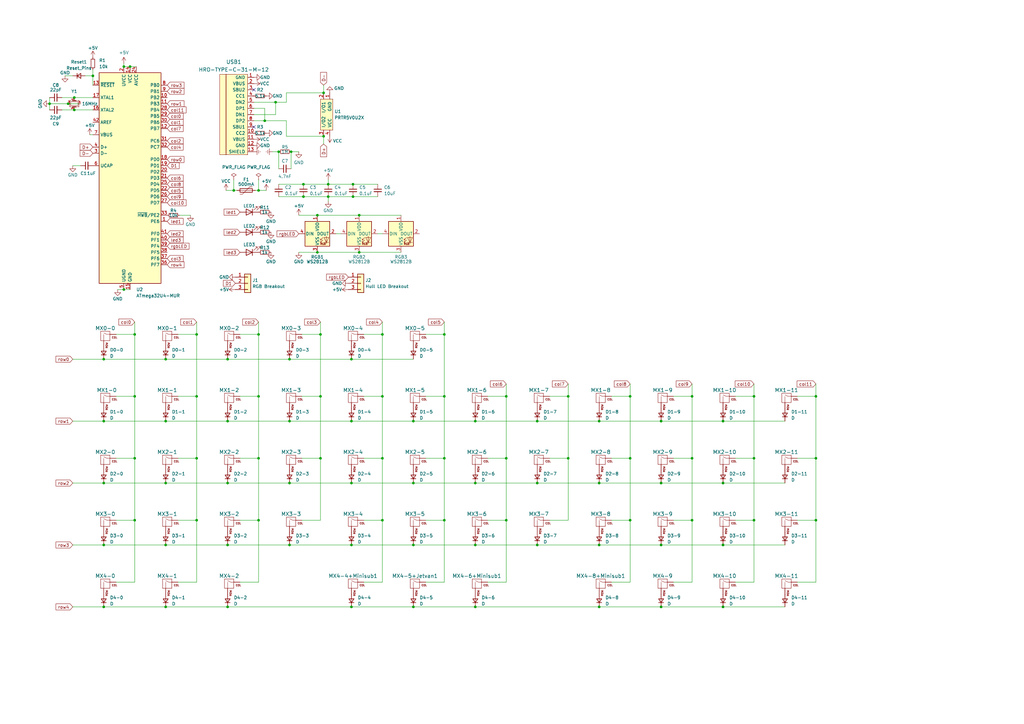
<source format=kicad_sch>
(kicad_sch (version 20211123) (generator eeschema)
  (paper "A3")
  (junction (at 144.145 172.72))
  (junction (at 220.345 198.12))
  (junction (at 93.345 248.92))
  (junction (at 144.78 75.565))
  (junction (at 106.045 78.105))
  (junction (at 245.745 172.72))
  (junction (at 144.145 223.52))
  (junction (at 131.445 187.96))
  (junction (at 283.845 162.56))
  (junction (at 233.045 162.56))
  (junction (at 124.46 80.645))
  (junction (at 42.545 147.32))
  (junction (at 42.545 172.72))
  (junction (at 134.62 75.565))
  (junction (at 271.145 248.92))
  (junction (at 80.645 137.16))
  (junction (at 156.845 187.96))
  (junction (at 132.715 38.1))
  (junction (at 309.245 187.96))
  (junction (at 93.345 198.12))
  (junction (at 283.845 213.36))
  (junction (at 182.245 162.56))
  (junction (at 169.545 198.12))
  (junction (at 207.645 187.96))
  (junction (at 144.145 147.32))
  (junction (at 309.245 162.56))
  (junction (at 296.545 198.12))
  (junction (at 131.445 162.56))
  (junction (at 233.045 187.96))
  (junction (at 245.745 198.12))
  (junction (at 194.945 223.52))
  (junction (at 80.645 162.56))
  (junction (at 334.645 187.96))
  (junction (at 296.545 223.52))
  (junction (at 258.445 162.56))
  (junction (at 27.94 42.545))
  (junction (at 220.345 172.72))
  (junction (at 67.945 172.72))
  (junction (at 106.045 187.96))
  (junction (at 144.78 80.645))
  (junction (at 93.345 147.32))
  (junction (at 169.545 223.52))
  (junction (at 113.03 41.91))
  (junction (at 50.8 27.305))
  (junction (at 156.845 162.56))
  (junction (at 283.845 187.96))
  (junction (at 271.145 223.52))
  (junction (at 93.345 172.72))
  (junction (at 67.945 198.12))
  (junction (at 334.645 213.36))
  (junction (at 147.32 103.505))
  (junction (at 95.885 78.105))
  (junction (at 134.62 80.645))
  (junction (at 182.245 137.16))
  (junction (at 118.745 198.12))
  (junction (at 207.645 162.56))
  (junction (at 156.845 213.36))
  (junction (at 194.945 248.92))
  (junction (at 124.46 75.565))
  (junction (at 147.32 88.265))
  (junction (at 114.3 62.23))
  (junction (at 245.745 223.52))
  (junction (at 30.48 40.005))
  (junction (at 194.945 198.12))
  (junction (at 55.245 187.96))
  (junction (at 42.545 248.92))
  (junction (at 106.045 213.36))
  (junction (at 245.745 248.92))
  (junction (at 182.245 213.36))
  (junction (at 108.585 49.53))
  (junction (at 296.545 248.92))
  (junction (at 42.545 198.12))
  (junction (at 42.545 223.52))
  (junction (at 169.545 248.92))
  (junction (at 334.645 162.56))
  (junction (at 118.745 172.72))
  (junction (at 182.245 187.96))
  (junction (at 130.175 88.265))
  (junction (at 296.545 172.72))
  (junction (at 67.945 147.32))
  (junction (at 132.715 55.88))
  (junction (at 93.345 223.52))
  (junction (at 194.945 172.72))
  (junction (at 309.245 213.36))
  (junction (at 30.48 45.085))
  (junction (at 207.645 213.36))
  (junction (at 258.445 213.36))
  (junction (at 271.145 172.72))
  (junction (at 53.34 27.305))
  (junction (at 80.645 187.96))
  (junction (at 144.145 248.92))
  (junction (at 106.045 137.16))
  (junction (at 67.945 248.92))
  (junction (at 144.145 198.12))
  (junction (at 131.445 137.16))
  (junction (at 67.945 223.52))
  (junction (at 55.245 213.36))
  (junction (at 55.245 137.16))
  (junction (at 119.38 62.23))
  (junction (at 271.145 198.12))
  (junction (at 20.32 42.545))
  (junction (at 220.345 223.52))
  (junction (at 38.1 31.115))
  (junction (at 80.645 213.36))
  (junction (at 106.045 162.56))
  (junction (at 156.845 137.16))
  (junction (at 169.545 172.72))
  (junction (at 118.745 147.32))
  (junction (at 50.8 118.745))
  (junction (at 258.445 187.96))
  (junction (at 130.175 103.505))
  (junction (at 118.745 223.52))
  (junction (at 55.245 162.56))
  (no_connect (at 104.14 52.07))
  (no_connect (at 104.14 36.83))
  (wire (pts (xy 283.845 213.36) (xy 283.845 238.76)))
  (wire (pts (xy 98.425 162.56) (xy 106.045 162.56)))
  (wire (pts (xy 104.14 44.45) (xy 108.585 44.45)))
  (wire (pts (xy 38.1 28.575) (xy 38.1 31.115)))
  (wire (pts (xy 132.715 55.88) (xy 132.715 59.055)))
  (wire (pts (xy 245.745 198.12) (xy 271.145 198.12)))
  (wire (pts (xy 134.62 80.645) (xy 134.62 82.55)))
  (wire (pts (xy 334.645 187.96) (xy 334.645 213.36)))
  (wire (pts (xy 182.245 213.36) (xy 182.245 238.76)))
  (wire (pts (xy 334.645 157.48) (xy 334.645 162.56)))
  (wire (pts (xy 156.845 187.96) (xy 156.845 213.36)))
  (wire (pts (xy 42.545 198.12) (xy 67.945 198.12)))
  (wire (pts (xy 245.745 223.52) (xy 271.145 223.52)))
  (wire (pts (xy 104.14 46.99) (xy 113.03 46.99)))
  (wire (pts (xy 124.46 80.645) (xy 134.62 80.645)))
  (wire (pts (xy 106.045 213.36) (xy 106.045 238.76)))
  (wire (pts (xy 93.345 198.12) (xy 118.745 198.12)))
  (wire (pts (xy 182.245 162.56) (xy 174.625 162.56)))
  (wire (pts (xy 98.425 187.96) (xy 106.045 187.96)))
  (wire (pts (xy 25.4 40.005) (xy 30.48 40.005)))
  (wire (pts (xy 131.445 137.16) (xy 131.445 162.56)))
  (wire (pts (xy 147.32 103.505) (xy 164.465 103.505)))
  (wire (pts (xy 92.71 78.105) (xy 95.885 78.105)))
  (wire (pts (xy 20.32 42.545) (xy 27.94 42.545)))
  (wire (pts (xy 50.8 27.305) (xy 53.34 27.305)))
  (wire (pts (xy 156.845 162.56) (xy 149.225 162.56)))
  (wire (pts (xy 47.625 162.56) (xy 55.245 162.56)))
  (wire (pts (xy 250.825 213.36) (xy 258.445 213.36)))
  (wire (pts (xy 194.945 172.72) (xy 220.345 172.72)))
  (wire (pts (xy 169.545 248.92) (xy 194.945 248.92)))
  (wire (pts (xy 73.025 238.76) (xy 80.645 238.76)))
  (wire (pts (xy 182.245 187.96) (xy 182.245 213.36)))
  (wire (pts (xy 200.025 187.96) (xy 207.645 187.96)))
  (wire (pts (xy 93.345 223.52) (xy 118.745 223.52)))
  (wire (pts (xy 93.345 248.92) (xy 144.145 248.92)))
  (wire (pts (xy 144.78 80.645) (xy 154.94 80.645)))
  (wire (pts (xy 334.645 162.56) (xy 334.645 187.96)))
  (wire (pts (xy 327.025 213.36) (xy 334.645 213.36)))
  (wire (pts (xy 144.145 223.52) (xy 169.545 223.52)))
  (wire (pts (xy 114.3 62.23) (xy 114.3 69.215)))
  (wire (pts (xy 67.945 147.32) (xy 93.345 147.32)))
  (wire (pts (xy 123.825 137.16) (xy 131.445 137.16)))
  (wire (pts (xy 80.645 187.96) (xy 80.645 213.36)))
  (wire (pts (xy 296.545 198.12) (xy 321.945 198.12)))
  (wire (pts (xy 283.845 162.56) (xy 283.845 187.96)))
  (wire (pts (xy 134.62 80.645) (xy 144.78 80.645)))
  (wire (pts (xy 144.78 75.565) (xy 154.94 75.565)))
  (wire (pts (xy 271.145 248.92) (xy 296.545 248.92)))
  (wire (pts (xy 258.445 213.36) (xy 258.445 238.76)))
  (wire (pts (xy 220.345 172.72) (xy 245.745 172.72)))
  (wire (pts (xy 104.775 78.105) (xy 106.045 78.105)))
  (wire (pts (xy 118.745 198.12) (xy 144.145 198.12)))
  (wire (pts (xy 309.245 187.96) (xy 309.245 213.36)))
  (wire (pts (xy 53.34 27.305) (xy 55.88 27.305)))
  (wire (pts (xy 113.03 41.91) (xy 113.03 46.99)))
  (wire (pts (xy 93.345 147.32) (xy 118.745 147.32)))
  (wire (pts (xy 271.145 223.52) (xy 296.545 223.52)))
  (wire (pts (xy 131.445 162.56) (xy 131.445 187.96)))
  (wire (pts (xy 334.645 238.76) (xy 327.025 238.76)))
  (wire (pts (xy 144.145 198.12) (xy 169.545 198.12)))
  (wire (pts (xy 296.545 223.52) (xy 321.945 223.52)))
  (wire (pts (xy 194.945 223.52) (xy 220.345 223.52)))
  (wire (pts (xy 174.625 213.36) (xy 182.245 213.36)))
  (wire (pts (xy 258.445 157.48) (xy 258.445 162.56)))
  (wire (pts (xy 156.845 213.36) (xy 156.845 238.76)))
  (wire (pts (xy 156.845 137.16) (xy 156.845 162.56)))
  (wire (pts (xy 194.945 198.12) (xy 220.345 198.12)))
  (wire (pts (xy 149.225 238.76) (xy 156.845 238.76)))
  (wire (pts (xy 25.4 45.085) (xy 30.48 45.085)))
  (wire (pts (xy 73.025 162.56) (xy 80.645 162.56)))
  (wire (pts (xy 169.545 198.12) (xy 194.945 198.12)))
  (wire (pts (xy 27.94 42.545) (xy 33.02 42.545)))
  (wire (pts (xy 67.945 248.92) (xy 93.345 248.92)))
  (wire (pts (xy 245.745 248.92) (xy 271.145 248.92)))
  (wire (pts (xy 207.645 187.96) (xy 207.645 213.36)))
  (wire (pts (xy 29.845 223.52) (xy 42.545 223.52)))
  (wire (pts (xy 80.645 213.36) (xy 80.645 238.76)))
  (wire (pts (xy 154.94 95.885) (xy 156.845 95.885)))
  (wire (pts (xy 114.3 75.565) (xy 124.46 75.565)))
  (wire (pts (xy 20.32 42.545) (xy 20.32 45.085)))
  (wire (pts (xy 124.46 75.565) (xy 134.62 75.565)))
  (wire (pts (xy 207.645 157.48) (xy 207.645 162.56)))
  (wire (pts (xy 134.62 73.66) (xy 134.62 75.565)))
  (wire (pts (xy 309.245 162.56) (xy 309.245 187.96)))
  (wire (pts (xy 67.945 198.12) (xy 93.345 198.12)))
  (wire (pts (xy 301.625 187.96) (xy 309.245 187.96)))
  (wire (pts (xy 122.555 103.505) (xy 130.175 103.505)))
  (wire (pts (xy 117.475 55.88) (xy 132.715 55.88)))
  (wire (pts (xy 156.845 132.08) (xy 156.845 137.16)))
  (wire (pts (xy 114.3 80.645) (xy 124.46 80.645)))
  (wire (pts (xy 106.045 162.56) (xy 106.045 187.96)))
  (wire (pts (xy 283.845 157.48) (xy 283.845 162.56)))
  (wire (pts (xy 67.945 223.52) (xy 93.345 223.52)))
  (wire (pts (xy 42.545 147.32) (xy 67.945 147.32)))
  (wire (pts (xy 108.585 49.53) (xy 117.475 49.53)))
  (wire (pts (xy 130.175 103.505) (xy 147.32 103.505)))
  (wire (pts (xy 174.625 187.96) (xy 182.245 187.96)))
  (wire (pts (xy 30.48 40.005) (xy 38.1 40.005)))
  (wire (pts (xy 131.445 187.96) (xy 131.445 213.36)))
  (wire (pts (xy 73.66 88.265) (xy 78.105 88.265)))
  (wire (pts (xy 327.025 162.56) (xy 334.645 162.56)))
  (wire (pts (xy 225.425 162.56) (xy 233.045 162.56)))
  (wire (pts (xy 95.885 78.105) (xy 97.155 78.105)))
  (wire (pts (xy 106.045 187.96) (xy 106.045 213.36)))
  (wire (pts (xy 104.14 41.91) (xy 113.03 41.91)))
  (wire (pts (xy 182.245 137.16) (xy 182.245 162.56)))
  (wire (pts (xy 149.225 137.16) (xy 156.845 137.16)))
  (wire (pts (xy 95.885 73.66) (xy 95.885 78.105)))
  (wire (pts (xy 20.32 40.005) (xy 20.32 42.545)))
  (wire (pts (xy 55.245 137.16) (xy 55.245 162.56)))
  (wire (pts (xy 47.625 213.36) (xy 55.245 213.36)))
  (wire (pts (xy 80.645 132.08) (xy 80.645 137.16)))
  (wire (pts (xy 106.045 137.16) (xy 106.045 162.56)))
  (wire (pts (xy 29.845 198.12) (xy 42.545 198.12)))
  (wire (pts (xy 220.345 223.52) (xy 245.745 223.52)))
  (wire (pts (xy 149.225 213.36) (xy 156.845 213.36)))
  (wire (pts (xy 38.1 31.115) (xy 38.1 34.925)))
  (wire (pts (xy 122.555 88.265) (xy 130.175 88.265)))
  (wire (pts (xy 296.545 172.72) (xy 321.945 172.72)))
  (wire (pts (xy 327.025 187.96) (xy 334.645 187.96)))
  (wire (pts (xy 80.645 162.56) (xy 80.645 187.96)))
  (wire (pts (xy 309.245 157.48) (xy 309.245 162.56)))
  (wire (pts (xy 207.645 213.36) (xy 207.645 238.76)))
  (wire (pts (xy 233.045 157.48) (xy 233.045 162.56)))
  (wire (pts (xy 123.825 213.36) (xy 131.445 213.36)))
  (wire (pts (xy 118.745 172.72) (xy 144.145 172.72)))
  (wire (pts (xy 207.645 162.56) (xy 207.645 187.96)))
  (wire (pts (xy 98.425 137.16) (xy 106.045 137.16)))
  (wire (pts (xy 250.825 162.56) (xy 258.445 162.56)))
  (wire (pts (xy 55.245 238.76) (xy 47.625 238.76)))
  (wire (pts (xy 276.225 162.56) (xy 283.845 162.56)))
  (wire (pts (xy 301.625 213.36) (xy 309.245 213.36)))
  (wire (pts (xy 47.625 137.16) (xy 55.245 137.16)))
  (wire (pts (xy 144.145 147.32) (xy 169.545 147.32)))
  (wire (pts (xy 156.845 162.56) (xy 156.845 187.96)))
  (wire (pts (xy 174.625 137.16) (xy 182.245 137.16)))
  (wire (pts (xy 233.045 187.96) (xy 233.045 213.36)))
  (wire (pts (xy 137.795 95.885) (xy 139.7 95.885)))
  (wire (pts (xy 118.745 147.32) (xy 144.145 147.32)))
  (wire (pts (xy 309.245 238.76) (xy 301.625 238.76)))
  (wire (pts (xy 42.545 248.92) (xy 67.945 248.92)))
  (wire (pts (xy 207.645 238.76) (xy 200.025 238.76)))
  (wire (pts (xy 55.245 213.36) (xy 55.245 238.76)))
  (wire (pts (xy 131.445 132.08) (xy 131.445 137.16)))
  (wire (pts (xy 42.545 172.72) (xy 67.945 172.72)))
  (wire (pts (xy 80.645 137.16) (xy 80.645 162.56)))
  (wire (pts (xy 50.8 26.035) (xy 50.8 27.305)))
  (wire (pts (xy 200.025 213.36) (xy 207.645 213.36)))
  (wire (pts (xy 42.545 223.52) (xy 67.945 223.52)))
  (wire (pts (xy 182.245 162.56) (xy 182.245 187.96)))
  (wire (pts (xy 169.545 223.52) (xy 194.945 223.52)))
  (wire (pts (xy 55.245 132.08) (xy 55.245 137.16)))
  (wire (pts (xy 93.345 172.72) (xy 118.745 172.72)))
  (wire (pts (xy 119.38 62.23) (xy 119.38 69.215)))
  (wire (pts (xy 26.67 31.115) (xy 29.845 31.115)))
  (wire (pts (xy 119.38 62.23) (xy 122.555 62.23)))
  (wire (pts (xy 29.845 147.32) (xy 42.545 147.32)))
  (wire (pts (xy 111.76 62.23) (xy 114.3 62.23)))
  (wire (pts (xy 245.745 172.72) (xy 271.145 172.72)))
  (wire (pts (xy 258.445 238.76) (xy 250.825 238.76)))
  (wire (pts (xy 283.845 187.96) (xy 283.845 213.36)))
  (wire (pts (xy 283.845 238.76) (xy 276.225 238.76)))
  (wire (pts (xy 334.645 213.36) (xy 334.645 238.76)))
  (wire (pts (xy 301.625 162.56) (xy 309.245 162.56)))
  (wire (pts (xy 47.625 187.96) (xy 55.245 187.96)))
  (wire (pts (xy 144.145 248.92) (xy 169.545 248.92)))
  (wire (pts (xy 104.14 49.53) (xy 108.585 49.53)))
  (wire (pts (xy 225.425 187.96) (xy 233.045 187.96)))
  (wire (pts (xy 118.745 223.52) (xy 144.145 223.52)))
  (wire (pts (xy 113.03 41.91) (xy 117.475 41.91)))
  (wire (pts (xy 123.825 187.96) (xy 131.445 187.96)))
  (wire (pts (xy 258.445 162.56) (xy 258.445 187.96)))
  (wire (pts (xy 67.945 172.72) (xy 93.345 172.72)))
  (wire (pts (xy 233.045 213.36) (xy 225.425 213.36)))
  (wire (pts (xy 117.475 49.53) (xy 117.475 55.88)))
  (wire (pts (xy 132.715 38.1) (xy 132.715 34.925)))
  (wire (pts (xy 149.225 187.96) (xy 156.845 187.96)))
  (wire (pts (xy 169.545 172.72) (xy 194.945 172.72)))
  (wire (pts (xy 276.225 213.36) (xy 283.845 213.36)))
  (wire (pts (xy 73.025 187.96) (xy 80.645 187.96)))
  (wire (pts (xy 147.32 88.265) (xy 164.465 88.265)))
  (wire (pts (xy 123.825 162.56) (xy 131.445 162.56)))
  (wire (pts (xy 296.545 248.92) (xy 321.945 248.92)))
  (wire (pts (xy 276.225 187.96) (xy 283.845 187.96)))
  (wire (pts (xy 73.025 213.36) (xy 80.645 213.36)))
  (wire (pts (xy 130.175 88.265) (xy 147.32 88.265)))
  (wire (pts (xy 220.345 198.12) (xy 245.745 198.12)))
  (wire (pts (xy 117.475 41.91) (xy 117.475 38.1)))
  (wire (pts (xy 50.8 118.745) (xy 53.34 118.745)))
  (wire (pts (xy 144.145 172.72) (xy 169.545 172.72)))
  (wire (pts (xy 200.025 162.56) (xy 207.645 162.56)))
  (wire (pts (xy 106.045 238.76) (xy 98.425 238.76)))
  (wire (pts (xy 29.845 172.72) (xy 42.545 172.72)))
  (wire (pts (xy 55.245 187.96) (xy 55.245 213.36)))
  (wire (pts (xy 36.83 55.245) (xy 38.1 55.245)))
  (wire (pts (xy 106.045 78.105) (xy 109.22 78.105)))
  (wire (pts (xy 174.625 238.76) (xy 182.245 238.76)))
  (wire (pts (xy 271.145 172.72) (xy 296.545 172.72)))
  (wire (pts (xy 98.425 213.36) (xy 106.045 213.36)))
  (wire (pts (xy 29.845 248.92) (xy 42.545 248.92)))
  (wire (pts (xy 194.945 248.92) (xy 245.745 248.92)))
  (wire (pts (xy 34.925 31.115) (xy 38.1 31.115)))
  (wire (pts (xy 250.825 187.96) (xy 258.445 187.96)))
  (wire (pts (xy 29.845 67.945) (xy 33.02 67.945)))
  (wire (pts (xy 106.045 73.66) (xy 106.045 78.105)))
  (wire (pts (xy 309.245 213.36) (xy 309.245 238.76)))
  (wire (pts (xy 258.445 187.96) (xy 258.445 213.36)))
  (wire (pts (xy 108.585 44.45) (xy 108.585 49.53)))
  (wire (pts (xy 30.48 45.085) (xy 38.1 45.085)))
  (wire (pts (xy 182.245 132.08) (xy 182.245 137.16)))
  (wire (pts (xy 117.475 38.1) (xy 132.715 38.1)))
  (wire (pts (xy 233.045 162.56) (xy 233.045 187.96)))
  (wire (pts (xy 73.025 137.16) (xy 80.645 137.16)))
  (wire (pts (xy 55.245 162.56) (xy 55.245 187.96)))
  (wire (pts (xy 106.045 132.08) (xy 106.045 137.16)))
  (wire (pts (xy 271.145 198.12) (xy 296.545 198.12)))
  (wire (pts (xy 134.62 75.565) (xy 144.78 75.565)))
  (wire (pts (xy 48.26 118.745) (xy 50.8 118.745)))
  (global_label "led3" (shape input) (at 98.425 103.505 180) (property "Intersheet References" "${INTERSHEET_REFS}" (effects hide)))
  (global_label "col9" (shape input) (at 68.58 80.645 0) (property "Intersheet References" "${INTERSHEET_REFS}" (effects hide)))
  (global_label "led2" (shape input) (at 98.425 95.25 180) (property "Intersheet References" "${INTERSHEET_REFS}" (effects hide)))
  (global_label "led1" (shape input) (at 68.58 90.805 0) (property "Intersheet References" "${INTERSHEET_REFS}" (effects hide)))
  (global_label "D1" (shape input) (at 68.58 67.945 0) (property "Intersheet References" "${INTERSHEET_REFS}" (effects hide)))
  (global_label "D-" (shape input) (at 38.1 62.865 180) (property "Intersheet References" "${INTERSHEET_REFS}" (effects hide)))
  (global_label "D+" (shape input) (at 38.1 60.325 180) (property "Intersheet References" "${INTERSHEET_REFS}" (effects hide)))
  (global_label "row3" (shape input) (at 29.845 223.52 180) (property "Intersheet References" "${INTERSHEET_REFS}" (effects hide)))
  (global_label "col11" (shape input) (at 334.645 157.48 180) (property "Intersheet References" "${INTERSHEET_REFS}" (effects hide)))
  (global_label "col2" (shape input) (at 106.045 132.08 180) (property "Intersheet References" "${INTERSHEET_REFS}" (effects hide)))
  (global_label "col0" (shape input) (at 55.245 132.08 180) (property "Intersheet References" "${INTERSHEET_REFS}" (effects hide)))
  (global_label "rgbLED" (shape input) (at 122.555 95.885 180) (property "Intersheet References" "${INTERSHEET_REFS}" (effects hide)))
  (global_label "col9" (shape input) (at 283.845 157.48 180) (property "Intersheet References" "${INTERSHEET_REFS}" (effects hide)))
  (global_label "col8" (shape input) (at 258.445 157.48 180) (property "Intersheet References" "${INTERSHEET_REFS}" (effects hide)))
  (global_label "col10" (shape input) (at 68.58 83.185 0) (property "Intersheet References" "${INTERSHEET_REFS}" (effects hide)))
  (global_label "D+" (shape input) (at 132.715 59.055 270) (property "Intersheet References" "${INTERSHEET_REFS}" (effects hide)))
  (global_label "row2" (shape input) (at 29.845 198.12 180) (property "Intersheet References" "${INTERSHEET_REFS}" (effects hide)))
  (global_label "row0" (shape input) (at 68.58 65.405 0) (property "Intersheet References" "${INTERSHEET_REFS}" (effects hide)))
  (global_label "row0" (shape input) (at 29.845 147.32 180) (property "Intersheet References" "${INTERSHEET_REFS}" (effects hide)))
  (global_label "row4" (shape input) (at 29.845 248.92 180) (property "Intersheet References" "${INTERSHEET_REFS}" (effects hide)))
  (global_label "rgbLED" (shape input) (at 68.58 100.965 0) (property "Intersheet References" "${INTERSHEET_REFS}" (effects hide)))
  (global_label "col7" (shape input) (at 68.58 52.705 0) (property "Intersheet References" "${INTERSHEET_REFS}" (effects hide)))
  (global_label "col7" (shape input) (at 233.045 157.48 180) (property "Intersheet References" "${INTERSHEET_REFS}" (effects hide)))
  (global_label "col5" (shape input) (at 182.245 132.08 180) (property "Intersheet References" "${INTERSHEET_REFS}" (effects hide)))
  (global_label "col11" (shape input) (at 68.58 45.085 0) (property "Intersheet References" "${INTERSHEET_REFS}" (effects hide)))
  (global_label "row2" (shape input) (at 68.58 37.465 0) (property "Intersheet References" "${INTERSHEET_REFS}" (effects hide)))
  (global_label "row3" (shape input) (at 68.58 34.925 0) (property "Intersheet References" "${INTERSHEET_REFS}" (effects hide)))
  (global_label "col1" (shape input) (at 68.58 50.165 0) (property "Intersheet References" "${INTERSHEET_REFS}" (effects hide)))
  (global_label "led3" (shape input) (at 68.58 98.425 0) (property "Intersheet References" "${INTERSHEET_REFS}" (effects hide)))
  (global_label "col4" (shape input) (at 68.58 60.325 0) (property "Intersheet References" "${INTERSHEET_REFS}" (effects hide)))
  (global_label "col6" (shape input) (at 207.645 157.48 180) (property "Intersheet References" "${INTERSHEET_REFS}" (effects hide)))
  (global_label "col3" (shape input) (at 131.445 132.08 180) (property "Intersheet References" "${INTERSHEET_REFS}" (effects hide)))
  (global_label "D1" (shape input) (at 96.52 116.205 180) (property "Intersheet References" "${INTERSHEET_REFS}" (effects hide)))
  (global_label "col8" (shape input) (at 68.58 75.565 0) (property "Intersheet References" "${INTERSHEET_REFS}" (effects hide)))
  (global_label "D-" (shape input) (at 132.715 34.925 90) (property "Intersheet References" "${INTERSHEET_REFS}" (effects hide)))
  (global_label "col1" (shape input) (at 80.645 132.08 180) (property "Intersheet References" "${INTERSHEET_REFS}" (effects hide)))
  (global_label "col3" (shape input) (at 68.58 106.045 0) (property "Intersheet References" "${INTERSHEET_REFS}" (effects hide)))
  (global_label "col5" (shape input) (at 68.58 78.105 0) (property "Intersheet References" "${INTERSHEET_REFS}" (effects hide)))
  (global_label "col2" (shape input) (at 68.58 57.785 0) (property "Intersheet References" "${INTERSHEET_REFS}" (effects hide)))
  (global_label "led1" (shape input) (at 98.425 86.995 180) (property "Intersheet References" "${INTERSHEET_REFS}" (effects hide)))
  (global_label "rgbLED" (shape input) (at 142.875 113.665 180) (property "Intersheet References" "${INTERSHEET_REFS}" (effects hide)))
  (global_label "row4" (shape input) (at 68.58 108.585 0) (property "Intersheet References" "${INTERSHEET_REFS}" (effects hide)))
  (global_label "row1" (shape input) (at 29.845 172.72 180) (property "Intersheet References" "${INTERSHEET_REFS}" (effects hide)))
  (global_label "col4" (shape input) (at 156.845 132.08 180) (property "Intersheet References" "${INTERSHEET_REFS}" (effects hide)))
  (global_label "led2" (shape input) (at 68.58 95.885 0) (property "Intersheet References" "${INTERSHEET_REFS}" (effects hide)))
  (global_label "row1" (shape input) (at 68.58 42.545 0) (property "Intersheet References" "${INTERSHEET_REFS}" (effects hide)))
  (global_label "col0" (shape input) (at 68.58 47.625 0) (property "Intersheet References" "${INTERSHEET_REFS}" (effects hide)))
  (global_label "col10" (shape input) (at 309.245 157.48 180) (property "Intersheet References" "${INTERSHEET_REFS}" (effects hide)))
  (global_label "col6" (shape input) (at 68.58 73.025 0) (property "Intersheet References" "${INTERSHEET_REFS}" (effects hide)))
  (symbol (lib_id "MX_Alps_Hybrid:MX-NoLED") (at 221.615 214.63 0) (unit 1)
    (property "Reference" "MX3-7" (at 220.98 210.82 0) (effects (font (size 1.524 1.524))))
    (property "Value" "MX-NoLED" (effects hide))
    (property "Footprint" "MX_Only:MXOnly-1U-Hotswap" (effects hide))
  )
  (symbol (lib_id "power:+5V") (at 109.22 78.105 0) (unit 1)
    (property "Reference" "#PWR0103" (effects hide))
    (property "Value" "+5V" (at 109.22 74.295 0))
  )
  (symbol (lib_id "Device:D_Small") (at 321.945 170.18 90) (unit 1)
    (property "Reference" "D1-11" (at 324.485 168.9099 90) (effects (justify right)))
    (property "Value" "D" (at 324.485 171.45 90) (effects (justify right)))
    (property "Footprint" "Diode_SMD:D_SOD-123" (effects hide))
  )
  (symbol (lib_id "Device:D_Small") (at 93.345 195.58 90) (unit 1)
    (property "Reference" "D2-2" (at 95.885 194.3099 90) (effects (justify right)))
    (property "Value" "D" (at 95.885 196.85 90) (effects (justify right)))
    (property "Footprint" "Diode_SMD:D_SOD-123" (effects hide))
  )
  (symbol (lib_id "Device:D_Small") (at 245.745 195.58 90) (unit 1)
    (property "Reference" "D2-8" (at 248.285 194.3099 90) (effects (justify right)))
    (property "Value" "D" (at 248.285 196.85 90) (effects (justify right)))
    (property "Footprint" "Diode_SMD:D_SOD-123" (effects hide))
  )
  (symbol (lib_id "power:GND") (at 111.125 103.505 0) (unit 1)
    (property "Reference" "#PWR0113" (effects hide))
    (property "Value" "GND" (at 111.125 107.315 0))
  )
  (symbol (lib_id "Device:R_Small") (at 38.1 26.035 0) (unit 1)
    (property "Reference" "R1" (at 40.64 24.7649 0) (effects (justify left)))
    (property "Value" "10k" (at 40.64 27.3049 0) (effects (justify left)))
    (property "Footprint" "Resistor_SMD:R_0603_1608Metric" (effects hide))
  )
  (symbol (lib_id "Device:C_Small") (at 22.86 45.085 90) (unit 1)
    (property "Reference" "C9" (at 22.86 50.8 90))
    (property "Value" "22pF" (at 22.86 48.26 90))
    (property "Footprint" "Capacitor_SMD:C_0603_1608Metric" (effects hide))
  )
  (symbol (lib_id "power:GND") (at 20.32 42.545 270) (unit 1)
    (property "Reference" "#PWR0108" (effects hide))
    (property "Value" "GND" (at 16.51 42.545 0))
  )
  (symbol (lib_id "Device:D_Small") (at 42.545 220.98 90) (unit 1)
    (property "Reference" "D3-0" (at 45.085 219.7099 90) (effects (justify right)))
    (property "Value" "D" (at 45.085 222.25 90) (effects (justify right)))
    (property "Footprint" "Diode_SMD:D_SOD-123" (effects hide))
  )
  (symbol (lib_id "MX_Alps_Hybrid:MX-NoLED") (at 247.015 189.23 0) (unit 1)
    (property "Reference" "MX2-8" (at 246.38 185.42 0) (effects (font (size 1.524 1.524))))
    (property "Value" "MX-NoLED" (effects hide))
    (property "Footprint" "MX_Only:MXOnly-1U-Hotswap" (effects hide))
  )
  (symbol (lib_id "Device:D_Small") (at 93.345 144.78 90) (unit 1)
    (property "Reference" "D0-2" (at 95.885 143.5099 90) (effects (justify right)))
    (property "Value" "D" (at 95.885 146.05 90) (effects (justify right)))
    (property "Footprint" "Diode_SMD:D_SOD-123" (effects hide))
  )
  (symbol (lib_id "MX_Alps_Hybrid:MX-NoLED") (at 43.815 138.43 0) (unit 1)
    (property "Reference" "MX0-0" (at 43.18 134.62 0) (effects (font (size 1.524 1.524))))
    (property "Value" "MX-NoLED" (effects hide))
    (property "Footprint" "MX_Only:MXOnly-1U-Hotswap" (effects hide))
  )
  (symbol (lib_id "Device:C_Small") (at 124.46 78.105 0) (unit 1)
    (property "Reference" "C3" (at 127 76.8412 0) (effects (justify left)))
    (property "Value" "0.1uF" (at 127 79.3812 0) (effects (justify left)))
    (property "Footprint" "Capacitor_SMD:C_0603_1608Metric" (effects hide))
  )
  (symbol (lib_id "power:GND") (at 122.555 62.23 0) (unit 1)
    (property "Reference" "#PWR0121" (effects hide))
    (property "Value" "GND" (at 122.555 66.675 0))
  )
  (symbol (lib_id "Type-C:HRO-TYPE-C-31-M-12") (at 101.6 45.72 0) (unit 1)
    (property "Reference" "USB1" (at 95.885 25.4 0) (effects (font (size 1.524 1.524))))
    (property "Value" "HRO-TYPE-C-31-M-12" (at 95.885 28.575 0) (effects (font (size 1.524 1.524))))
    (property "Footprint" "Type-C:HRO-TYPE-C-31-M-12-Assembly" (effects hide))
  )
  (symbol (lib_id "power:GND") (at 29.845 67.945 0) (unit 1)
    (property "Reference" "#PWR0116" (effects hide))
    (property "Value" "GND" (at 29.845 71.755 0))
  )
  (symbol (lib_id "MX_Alps_Hybrid:MX-NoLED") (at 69.215 240.03 0) (unit 1)
    (property "Reference" "MX4-1" (at 68.58 236.22 0) (effects (font (size 1.524 1.524))))
    (property "Value" "MX-NoLED" (effects hide))
    (property "Footprint" "MX_Only:MXOnly-1U-Hotswap" (effects hide))
  )
  (symbol (lib_id "Device:D_Small") (at 42.545 144.78 90) (unit 1)
    (property "Reference" "D0-0" (at 45.085 143.5099 90) (effects (justify right)))
    (property "Value" "D" (at 45.085 146.05 90) (effects (justify right)))
    (property "Footprint" "Diode_SMD:D_SOD-123" (effects hide))
  )
  (symbol (lib_id "Device:D_Small") (at 296.545 246.38 90) (unit 1)
    (property "Reference" "D4-10" (at 299.085 245.1099 90) (effects (justify right)))
    (property "Value" "D" (at 299.085 247.65 90) (effects (justify right)))
    (property "Footprint" "Diode_SMD:D_SOD-123" (effects hide))
  )
  (symbol (lib_id "LED:WS2812B") (at 130.175 95.885 0) (unit 1)
    (property "Reference" "RGB1" (at 130.175 105.41 0))
    (property "Value" "WS2812B" (at 130.175 107.315 0))
    (property "Footprint" "Keebio-Parts:WS2812B" (effects hide))
    (property "Datasheet" "https://cdn-shop.adafruit.com/datasheets/WS2812B.pdf" (effects hide))
  )
  (symbol (lib_id "MX_Alps_Hybrid:MX-NoLED") (at 247.015 214.63 0) (unit 1)
    (property "Reference" "MX3-8" (at 246.38 210.82 0) (effects (font (size 1.524 1.524))))
    (property "Value" "MX-NoLED" (effects hide))
    (property "Footprint" "MX_Only:MXOnly-1U-Hotswap" (effects hide))
  )
  (symbol (lib_id "power:GND") (at 134.62 82.55 0) (unit 1)
    (property "Reference" "#PWR0101" (effects hide))
    (property "Value" "GND" (at 134.62 86.36 0))
  )
  (symbol (lib_id "power:GND") (at 111.125 86.995 0) (unit 1)
    (property "Reference" "#PWR0111" (effects hide))
    (property "Value" "GND" (at 111.125 90.805 0))
  )
  (symbol (lib_id "MX_Alps_Hybrid:MX-NoLED") (at 43.815 214.63 0) (unit 1)
    (property "Reference" "MX3-0" (at 43.18 210.82 0) (effects (font (size 1.524 1.524))))
    (property "Value" "MX-NoLED" (effects hide))
    (property "Footprint" "MX_Only:MXOnly-1.75U-Hotswap" (effects hide))
  )
  (symbol (lib_id "Device:R_Small") (at 108.585 103.505 90) (unit 1)
    (property "Reference" "R13" (at 108.585 101.6 90))
    (property "Value" "1k" (at 108.585 103.505 90))
    (property "Footprint" "Resistor_SMD:R_0805_2012Metric" (effects hide))
  )
  (symbol (lib_id "MX_Alps_Hybrid:MX-NoLED") (at 43.815 163.83 0) (unit 1)
    (property "Reference" "MX1-0" (at 43.815 160.02 0) (effects (font (size 1.524 1.524))))
    (property "Value" "MX-NoLED" (effects hide))
    (property "Footprint" "MX_Only:MXOnly-1U-Hotswap" (effects hide))
  )
  (symbol (lib_id "Device:C_Small") (at 35.56 67.945 90) (unit 1)
    (property "Reference" "C1" (at 34.29 71.12 90))
    (property "Value" "1uF" (at 37.465 71.12 90))
    (property "Footprint" "Capacitor_SMD:C_0603_1608Metric" (effects hide))
  )
  (symbol (lib_id "MX_Alps_Hybrid:MX-NoLED") (at 145.415 138.43 0) (unit 1)
    (property "Reference" "MX0-4" (at 144.78 134.62 0) (effects (font (size 1.524 1.524))))
    (property "Value" "MX-NoLED" (effects hide))
    (property "Footprint" "MX_Only:MXOnly-1U-Hotswap" (effects hide))
  )
  (symbol (lib_id "Connector_Generic:Conn_01x03") (at 147.955 116.205 0) (unit 1)
    (property "Reference" "J2" (at 149.86 114.935 0) (effects (justify left)))
    (property "Value" "Hull LED Breakout" (at 149.86 117.475 0) (effects (justify left)))
    (property "Footprint" "Connector_PinHeader_2.54mm:PinHeader_1x03_P2.54mm_Vertical" (effects hide))
  )
  (symbol (lib_id "Device:D_Small") (at 118.745 144.78 90) (unit 1)
    (property "Reference" "D0-3" (at 121.285 143.5099 90) (effects (justify right)))
    (property "Value" "D" (at 121.285 146.05 90) (effects (justify right)))
    (property "Footprint" "Diode_SMD:D_SOD-123" (effects hide))
  )
  (symbol (lib_id "Device:D_Small") (at 220.345 170.18 90) (unit 1)
    (property "Reference" "D1-7" (at 222.885 168.9099 90) (effects (justify right)))
    (property "Value" "D" (at 222.885 171.45 90) (effects (justify right)))
    (property "Footprint" "Diode_SMD:D_SOD-123" (effects hide))
  )
  (symbol (lib_id "Device:D_Small") (at 118.745 220.98 90) (unit 1)
    (property "Reference" "D3-3" (at 121.285 219.7099 90) (effects (justify right)))
    (property "Value" "D" (at 121.285 222.25 90) (effects (justify right)))
    (property "Footprint" "Diode_SMD:D_SOD-123" (effects hide))
  )
  (symbol (lib_id "Device:D_Small") (at 271.145 195.58 90) (unit 1)
    (property "Reference" "D2-9" (at 273.685 194.3099 90) (effects (justify right)))
    (property "Value" "D" (at 273.685 196.85 90) (effects (justify right)))
    (property "Footprint" "Diode_SMD:D_SOD-123" (effects hide))
  )
  (symbol (lib_id "Device:Crystal_GND24_Small") (at 30.48 42.545 270) (unit 1)
    (property "Reference" "Y1" (at 30.48 37.465 90))
    (property "Value" "16MHz" (at 36.83 42.545 90))
    (property "Footprint" "Crystal:Crystal_SMD_3225-4Pin_3.2x2.5mm" (effects hide))
  )
  (symbol (lib_id "power:VCC") (at 92.71 78.105 0) (unit 1)
    (property "Reference" "#PWR0126" (effects hide))
    (property "Value" "VCC" (at 92.71 74.295 0))
  )
  (symbol (lib_id "power:GND") (at 104.14 59.69 90) (unit 1)
    (property "Reference" "#PWR0106" (effects hide))
    (property "Value" "GND" (at 106.68 59.69 90) (effects (justify right)))
  )
  (symbol (lib_id "MX_Alps_Hybrid:MX-NoLED") (at 94.615 214.63 0) (unit 1)
    (property "Reference" "MX3-2" (at 93.98 210.82 0) (effects (font (size 1.524 1.524))))
    (property "Value" "MX-NoLED" (effects hide))
    (property "Footprint" "MX_Only:MXOnly-1U-Hotswap" (effects hide))
  )
  (symbol (lib_id "MX_Alps_Hybrid:MX-NoLED") (at 94.615 163.83 0) (unit 1)
    (property "Reference" "MX1-2" (at 93.98 160.02 0) (effects (font (size 1.524 1.524))))
    (property "Value" "MX-NoLED" (effects hide))
    (property "Footprint" "MX_Only:MXOnly-1U-Hotswap" (effects hide))
  )
  (symbol (lib_id "MX_Alps_Hybrid:MX-NoLED") (at 145.415 214.63 0) (unit 1)
    (property "Reference" "MX3-4" (at 144.78 210.82 0) (effects (font (size 1.524 1.524))))
    (property "Value" "MX-NoLED" (effects hide))
    (property "Footprint" "MX_Only:MXOnly-1U-Hotswap" (effects hide))
  )
  (symbol (lib_id "power:VCC") (at 104.14 34.29 270) (unit 1)
    (property "Reference" "#PWR0124" (effects hide))
    (property "Value" "VCC" (at 108.585 34.29 90))
  )
  (symbol (lib_id "Device:D_Small") (at 144.145 220.98 90) (unit 1)
    (property "Reference" "D3-4" (at 146.685 219.7099 90) (effects (justify right)))
    (property "Value" "D" (at 146.685 222.25 90) (effects (justify right)))
    (property "Footprint" "Diode_SMD:D_SOD-123" (effects hide))
  )
  (symbol (lib_id "MX_Alps_Hybrid:MX-NoLED") (at 120.015 138.43 0) (unit 1)
    (property "Reference" "MX0-3" (at 119.38 134.62 0) (effects (font (size 1.524 1.524))))
    (property "Value" "MX-NoLED" (effects hide))
    (property "Footprint" "MX_Only:MXOnly-1U-Hotswap" (effects hide))
  )
  (symbol (lib_id "Device:D_Small") (at 144.145 195.58 90) (unit 1)
    (property "Reference" "D2-4" (at 146.685 194.3099 90) (effects (justify right)))
    (property "Value" "D" (at 146.685 196.85 90) (effects (justify right)))
    (property "Footprint" "Diode_SMD:D_SOD-123" (effects hide))
  )
  (symbol (lib_id "Device:D_Small") (at 194.945 220.98 90) (unit 1)
    (property "Reference" "D3-6" (at 197.485 219.7099 90) (effects (justify right)))
    (property "Value" "D" (at 197.485 222.25 90) (effects (justify right)))
    (property "Footprint" "Diode_SMD:D_SOD-123" (effects hide))
  )
  (symbol (lib_id "power:+5V") (at 36.83 55.245 0) (unit 1)
    (property "Reference" "#PWR0110" (effects hide))
    (property "Value" "+5V" (at 36.83 51.435 0))
  )
  (symbol (lib_id "Device:R_Small") (at 116.84 62.23 90) (unit 1)
    (property "Reference" "R5" (at 116.84 60.325 90))
    (property "Value" "1M" (at 116.84 62.23 90))
    (property "Footprint" "Resistor_SMD:R_0603_1608Metric" (effects hide))
  )
  (symbol (lib_id "MX_Alps_Hybrid:MX-NoLED") (at 196.215 189.23 0) (unit 1)
    (property "Reference" "MX2-6" (at 195.58 185.42 0) (effects (font (size 1.524 1.524))))
    (property "Value" "MX-NoLED" (effects hide))
    (property "Footprint" "MX_Only:MXOnly-1U-Hotswap" (effects hide))
  )
  (symbol (lib_id "Device:D_Small") (at 220.345 195.58 90) (unit 1)
    (property "Reference" "D2-7" (at 222.885 194.3099 90) (effects (justify right)))
    (property "Value" "D" (at 222.885 196.85 90) (effects (justify right)))
    (property "Footprint" "Diode_SMD:D_SOD-123" (effects hide))
  )
  (symbol (lib_id "MX_Alps_Hybrid:MX-NoLED") (at 297.815 240.03 0) (unit 1)
    (property "Reference" "MX4-10" (at 297.18 236.22 0) (effects (font (size 1.524 1.524))))
    (property "Value" "MX-NoLED" (effects hide))
    (property "Footprint" "MX_Only:MXOnly-1U-Hotswap" (effects hide))
  )
  (symbol (lib_id "Device:D_Small") (at 144.145 246.38 90) (unit 1)
    (property "Reference" "D4-4" (at 146.685 245.1099 90) (effects (justify right)))
    (property "Value" "D" (at 146.685 247.65 90) (effects (justify right)))
    (property "Footprint" "Diode_SMD:D_SOD-123" (effects hide))
  )
  (symbol (lib_id "Device:R_Small") (at 106.68 54.61 90) (unit 1)
    (property "Reference" "R3" (at 106.68 52.07 90))
    (property "Value" "5.1k" (at 106.68 54.61 90))
    (property "Footprint" "Resistor_SMD:R_0603_1608Metric" (effects hide))
  )
  (symbol (lib_id "MX_Alps_Hybrid:MX-NoLED") (at 170.815 240.03 0) (unit 1)
    (property "Reference" "MX4-5+Jetvan1" (at 170.18 236.22 0) (effects (font (size 1.524 1.524))))
    (property "Value" "MX-NoLED" (effects hide))
    (property "Footprint" "MX_Only:MXOnly-6.25U-Hotswap-ReversedStabilizers" (effects hide))
  )
  (symbol (lib_id "MX_Alps_Hybrid:MX-NoLED") (at 297.815 189.23 0) (unit 1)
    (property "Reference" "MX2-10" (at 297.18 185.42 0) (effects (font (size 1.524 1.524))))
    (property "Value" "MX-NoLED" (effects hide))
    (property "Footprint" "MX_Only:MXOnly-1U-Hotswap" (effects hide))
  )
  (symbol (lib_id "Device:D_Small") (at 42.545 246.38 90) (unit 1)
    (property "Reference" "D4-0" (at 45.085 245.1099 90) (effects (justify right)))
    (property "Value" "D" (at 45.085 247.65 90) (effects (justify right)))
    (property "Footprint" "Diode_SMD:D_SOD-123" (effects hide))
  )
  (symbol (lib_id "power:+5V") (at 38.1 23.495 0) (unit 1)
    (property "Reference" "#PWR0114" (effects hide))
    (property "Value" "+5V" (at 38.1 19.685 0))
  )
  (symbol (lib_id "Device:D_Small") (at 93.345 220.98 90) (unit 1)
    (property "Reference" "D3-2" (at 95.885 219.7099 90) (effects (justify right)))
    (property "Value" "D" (at 95.885 222.25 90) (effects (justify right)))
    (property "Footprint" "Diode_SMD:D_SOD-123" (effects hide))
  )
  (symbol (lib_id "power:GND") (at 26.67 31.115 0) (unit 1)
    (property "Reference" "#PWR0109" (effects hide))
    (property "Value" "GND" (at 26.67 29.845 0))
  )
  (symbol (lib_id "MX_Alps_Hybrid:MX-NoLED") (at 272.415 189.23 0) (unit 1)
    (property "Reference" "MX2-9" (at 271.78 185.42 0) (effects (font (size 1.524 1.524))))
    (property "Value" "MX-NoLED" (effects hide))
    (property "Footprint" "MX_Only:MXOnly-1U-Hotswap" (effects hide))
  )
  (symbol (lib_id "power:GND") (at 96.52 113.665 270) (unit 1)
    (property "Reference" "#PWR0127" (effects hide))
    (property "Value" "GND" (at 93.98 113.665 90) (effects (justify right)))
  )
  (symbol (lib_id "Device:D_Small") (at 67.945 195.58 90) (unit 1)
    (property "Reference" "D2-1" (at 70.485 194.3099 90) (effects (justify right)))
    (property "Value" "D" (at 70.485 196.85 90) (effects (justify right)))
    (property "Footprint" "Diode_SMD:D_SOD-123" (effects hide))
  )
  (symbol (lib_id "MX_Alps_Hybrid:MX-NoLED") (at 94.615 240.03 0) (unit 1)
    (property "Reference" "MX4-2" (at 93.98 236.22 0) (effects (font (size 1.524 1.524))))
    (property "Value" "MX-NoLED" (effects hide))
    (property "Footprint" "MX_Only:MXOnly-1.25U-Hotswap" (effects hide))
  )
  (symbol (lib_id "power:PWR_FLAG") (at 106.045 73.66 0) (unit 1)
    (property "Reference" "#FLG0101" (effects hide))
    (property "Value" "PWR_FLAG" (at 106.045 68.58 0))
  )
  (symbol (lib_id "power:VCC") (at 104.14 57.15 270) (unit 1)
    (property "Reference" "#PWR0104" (effects hide))
    (property "Value" "VCC" (at 108.585 57.15 90))
  )
  (symbol (lib_id "MX_Alps_Hybrid:MX-NoLED") (at 145.415 189.23 0) (unit 1)
    (property "Reference" "MX2-4" (at 144.78 185.42 0) (effects (font (size 1.524 1.524))))
    (property "Value" "MX-NoLED" (effects hide))
    (property "Footprint" "MX_Only:MXOnly-1U-Hotswap" (effects hide))
  )
  (symbol (lib_id "Device:D_Small") (at 245.745 246.38 90) (unit 1)
    (property "Reference" "D4-8" (at 248.285 245.1099 90) (effects (justify right)))
    (property "Value" "D" (at 248.285 247.65 90) (effects (justify right)))
    (property "Footprint" "Diode_SMD:D_SOD-123" (effects hide))
  )
  (symbol (lib_id "LED:WS2812B") (at 147.32 95.885 0) (unit 1)
    (property "Reference" "RGB2" (at 147.32 105.41 0))
    (property "Value" "WS2812B" (at 147.32 107.315 0))
    (property "Footprint" "Keebio-Parts:WS2812B" (effects hide))
    (property "Datasheet" "https://cdn-shop.adafruit.com/datasheets/WS2812B.pdf" (effects hide))
  )
  (symbol (lib_id "power:+5V") (at 142.875 118.745 90) (unit 1)
    (property "Reference" "#PWR?" (effects hide))
    (property "Value" "+5V" (at 140.335 118.745 90) (effects (justify left)))
  )
  (symbol (lib_id "MX_Alps_Hybrid:MX-NoLED") (at 323.215 189.23 0) (unit 1)
    (property "Reference" "MX2-11" (at 322.58 185.42 0) (effects (font (size 1.524 1.524))))
    (property "Value" "MX-NoLED" (effects hide))
    (property "Footprint" "MX_Only:MXOnly-1.5U-Hotswap" (effects hide))
  )
  (symbol (lib_id "power:Earth") (at 111.76 62.23 270) (unit 1)
    (property "Reference" "#PWR0105" (effects hide))
    (property "Value" "Earth" (effects hide))
  )
  (symbol (lib_id "MX_Alps_Hybrid:MX-NoLED") (at 120.015 214.63 0) (unit 1)
    (property "Reference" "MX3-3" (at 119.38 210.82 0) (effects (font (size 1.524 1.524))))
    (property "Value" "MX-NoLED" (effects hide))
    (property "Footprint" "MX_Only:MXOnly-1U-Hotswap" (effects hide))
  )
  (symbol (lib_id "Device:C_Small") (at 22.86 40.005 90) (unit 1)
    (property "Reference" "C8" (at 22.86 34.925 90))
    (property "Value" "22pF" (at 22.86 36.83 90))
    (property "Footprint" "Capacitor_SMD:C_0603_1608Metric" (effects hide))
  )
  (symbol (lib_id "MX_Alps_Hybrid:MX-NoLED") (at 145.415 240.03 0) (unit 1)
    (property "Reference" "MX4-4+Minisub1" (at 144.78 236.22 0) (effects (font (size 1.524 1.524))))
    (property "Value" "MX-NoLED" (effects hide))
    (property "Footprint" "MX_Only:MXOnly-2.75U-Hotswap-ReversedStabilizers" (effects hide))
  )
  (symbol (lib_id "power:GND") (at 135.255 38.1 180) (unit 1)
    (property "Reference" "#PWR0119" (effects hide))
    (property "Value" "GND" (at 139.065 36.195 0))
  )
  (symbol (lib_id "MX_Alps_Hybrid:MX-NoLED") (at 43.815 189.23 0) (unit 1)
    (property "Reference" "MX2-0" (at 43.18 185.42 0) (effects (font (size 1.524 1.524))))
    (property "Value" "MX-NoLED" (effects hide))
    (property "Footprint" "MX_Only:MXOnly-1.25U-Hotswap" (effects hide))
  )
  (symbol (lib_id "Device:R_Small") (at 106.68 39.37 90) (unit 1)
    (property "Reference" "R2" (at 106.68 36.83 90))
    (property "Value" "5.1k" (at 106.68 39.37 90))
    (property "Footprint" "Resistor_SMD:R_0603_1608Metric" (effects hide))
  )
  (symbol (lib_id "MX_Alps_Hybrid:MX-NoLED") (at 69.215 138.43 0) (unit 1)
    (property "Reference" "MX0-1" (at 68.58 134.62 0) (effects (font (size 1.524 1.524))))
    (property "Value" "MX-NoLED" (effects hide))
    (property "Footprint" "MX_Only:MXOnly-1U-Hotswap" (effects hide))
  )
  (symbol (lib_id "Device:D_Small") (at 144.145 170.18 90) (unit 1)
    (property "Reference" "D1-4" (at 146.685 168.9099 90) (effects (justify right)))
    (property "Value" "D" (at 146.685 171.45 90) (effects (justify right)))
    (property "Footprint" "Diode_SMD:D_SOD-123" (effects hide))
  )
  (symbol (lib_id "Device:D_Small") (at 67.945 170.18 90) (unit 1)
    (property "Reference" "D1-1" (at 70.485 168.9099 90) (effects (justify right)))
    (property "Value" "D" (at 70.485 171.45 90) (effects (justify right)))
    (property "Footprint" "Diode_SMD:D_SOD-123" (effects hide))
  )
  (symbol (lib_id "MX_Alps_Hybrid:MX-NoLED") (at 272.415 163.83 0) (unit 1)
    (property "Reference" "MX1-9" (at 271.78 160.02 0) (effects (font (size 1.524 1.524))))
    (property "Value" "MX-NoLED" (effects hide))
    (property "Footprint" "MX_Only:MXOnly-1U-Hotswap" (effects hide))
  )
  (symbol (lib_id "power:+5V") (at 96.52 118.745 90) (unit 1)
    (property "Reference" "#PWR0128" (effects hide))
    (property "Value" "+5V" (at 93.98 118.745 90) (effects (justify left)))
  )
  (symbol (lib_id "power:GND") (at 109.22 39.37 90) (unit 1)
    (property "Reference" "#PWR0117" (effects hide))
    (property "Value" "GND" (at 111.76 39.37 90) (effects (justify right)))
  )
  (symbol (lib_id "Device:D_Small") (at 271.145 220.98 90) (unit 1)
    (property "Reference" "D3-9" (at 273.685 219.7099 90) (effects (justify right)))
    (property "Value" "D" (at 273.685 222.25 90) (effects (justify right)))
    (property "Footprint" "Diode_SMD:D_SOD-123" (effects hide))
  )
  (symbol (lib_id "LED:WS2812B") (at 164.465 95.885 0) (unit 1)
    (property "Reference" "RGB3" (at 164.465 105.41 0))
    (property "Value" "WS2812B" (at 164.465 107.315 0))
    (property "Footprint" "Keebio-Parts:WS2812B" (effects hide))
    (property "Datasheet" "https://cdn-shop.adafruit.com/datasheets/WS2812B.pdf" (effects hide))
  )
  (symbol (lib_id "keebio:PRTR5V0U2X") (at 133.985 46.99 270) (unit 1)
    (property "Reference" "U1" (at 137.16 45.7199 90) (effects (justify left)))
    (property "Value" "PRTR5V0U2X" (at 137.16 48.2599 90) (effects (justify left)))
    (property "Footprint" "Keebio-Parts:SOT-143B" (effects hide))
  )
  (symbol (lib_id "Device:R_Small") (at 71.12 88.265 270) (unit 1)
    (property "Reference" "R4" (at 71.12 86.36 90))
    (property "Value" "10k" (at 71.12 88.265 90))
    (property "Footprint" "Resistor_SMD:R_0603_1608Metric" (effects hide))
  )
  (symbol (lib_id "Device:D_Small") (at 67.945 246.38 90) (unit 1)
    (property "Reference" "D4-1" (at 70.485 245.1099 90) (effects (justify right)))
    (property "Value" "D" (at 70.485 247.65 90) (effects (justify right)))
    (property "Footprint" "Diode_SMD:D_SOD-123" (effects hide))
  )
  (symbol (lib_id "Device:D_Small") (at 169.545 195.58 90) (unit 1)
    (property "Reference" "D2-5" (at 172.085 194.3099 90) (effects (justify right)))
    (property "Value" "D" (at 172.085 196.85 90) (effects (justify right)))
    (property "Footprint" "Diode_SMD:D_SOD-123" (effects hide))
  )
  (symbol (lib_id "MX_Alps_Hybrid:MX-NoLED") (at 297.815 163.83 0) (unit 1)
    (property "Reference" "MX1-10" (at 297.18 160.02 0) (effects (font (size 1.524 1.524))))
    (property "Value" "MX-NoLED" (effects hide))
    (property "Footprint" "MX_Only:MXOnly-1U-Hotswap" (effects hide))
  )
  (symbol (lib_id "Device:D_Small") (at 169.545 144.78 90) (unit 1)
    (property "Reference" "D0-5" (at 172.085 143.5099 90) (effects (justify right)))
    (property "Value" "D" (at 172.085 146.05 90) (effects (justify right)))
    (property "Footprint" "Diode_SMD:D_SOD-123" (effects hide))
  )
  (symbol (lib_id "MX_Alps_Hybrid:MX-NoLED") (at 120.015 189.23 0) (unit 1)
    (property "Reference" "MX2-3" (at 119.38 185.42 0) (effects (font (size 1.524 1.524))))
    (property "Value" "MX-NoLED" (effects hide))
    (property "Footprint" "MX_Only:MXOnly-1U-Hotswap" (effects hide))
  )
  (symbol (lib_id "Device:C_Small") (at 154.94 78.105 0) (unit 1)
    (property "Reference" "C6" (at 157.48 76.8412 0) (effects (justify left)))
    (property "Value" "10uF" (at 157.48 79.3812 0) (effects (justify left)))
    (property "Footprint" "Capacitor_SMD:C_0603_1608Metric" (effects hide))
  )
  (symbol (lib_id "power:GND") (at 111.125 95.25 0) (unit 1)
    (property "Reference" "#PWR0112" (effects hide))
    (property "Value" "GND" (at 111.125 99.06 0))
  )
  (symbol (lib_id "power:GND") (at 142.875 116.205 270) (unit 1)
    (property "Reference" "#PWR?" (effects hide))
    (property "Value" "GND" (at 140.335 116.205 90) (effects (justify right)))
  )
  (symbol (lib_id "Device:D_Small") (at 194.945 246.38 90) (unit 1)
    (property "Reference" "D4-6" (at 197.485 245.1099 90) (effects (justify right)))
    (property "Value" "D" (at 197.485 247.65 90) (effects (justify right)))
    (property "Footprint" "Diode_SMD:D_SOD-123" (effects hide))
  )
  (symbol (lib_id "Device:C_Small") (at 116.84 69.215 90) (unit 1)
    (property "Reference" "C7" (at 116.84 66.04 90))
    (property "Value" "4.7nF" (at 116.84 72.39 90))
    (property "Footprint" "Capacitor_SMD:C_0603_1608Metric" (effects hide))
  )
  (symbol (lib_id "MX_Alps_Hybrid:MX-NoLED") (at 221.615 189.23 0) (unit 1)
    (property "Reference" "MX2-7" (at 220.98 185.42 0) (effects (font (size 1.524 1.524))))
    (property "Value" "MX-NoLED" (effects hide))
    (property "Footprint" "MX_Only:MXOnly-1U-Hotswap" (effects hide))
  )
  (symbol (lib_id "power:Earth") (at 104.14 62.23 90) (unit 1)
    (property "Reference" "#PWR0107" (effects hide))
    (property "Value" "Earth" (effects hide))
  )
  (symbol (lib_id "power:VCC") (at 135.255 55.88 180) (unit 1)
    (property "Reference" "#PWR0120" (effects hide))
    (property "Value" "VCC" (at 138.43 57.785 0))
  )
  (symbol (lib_id "MX_Alps_Hybrid:MX-NoLED") (at 323.215 163.83 0) (unit 1)
    (property "Reference" "MX1-11" (at 322.58 160.02 0) (effects (font (size 1.524 1.524))))
    (property "Value" "MX-NoLED" (effects hide))
    (property "Footprint" "MX_Only:MXOnly-1.75U-Hotswap" (effects hide))
  )
  (symbol (lib_id "Device:D_Small") (at 321.945 195.58 90) (unit 1)
    (property "Reference" "D2-11" (at 324.485 194.3099 90) (effects (justify right)))
    (property "Value" "D" (at 324.485 196.85 90) (effects (justify right)))
    (property "Footprint" "Diode_SMD:D_SOD-123" (effects hide))
  )
  (symbol (lib_id "power:+5V") (at 50.8 26.035 0) (unit 1)
    (property "Reference" "#PWR0115" (effects hide))
    (property "Value" "+5V" (at 50.8 21.59 0))
  )
  (symbol (lib_id "MX_Alps_Hybrid:MX-NoLED") (at 170.815 163.83 0) (unit 1)
    (property "Reference" "MX1-5" (at 170.18 160.02 0) (effects (font (size 1.524 1.524))))
    (property "Value" "MX-NoLED" (effects hide))
    (property "Footprint" "MX_Only:MXOnly-1U-Hotswap" (effects hide))
  )
  (symbol (lib_id "MX_Alps_Hybrid:MX-NoLED") (at 170.815 189.23 0) (unit 1)
    (property "Reference" "MX2-5" (at 170.18 185.42 0) (effects (font (size 1.524 1.524))))
    (property "Value" "MX-NoLED" (effects hide))
    (property "Footprint" "MX_Only:MXOnly-1U-Hotswap" (effects hide))
  )
  (symbol (lib_id "MX_Alps_Hybrid:MX-NoLED") (at 69.215 214.63 0) (unit 1)
    (property "Reference" "MX3-1" (at 68.58 210.82 0) (effects (font (size 1.524 1.524))))
    (property "Value" "MX-NoLED" (effects hide))
    (property "Footprint" "MX_Only:MXOnly-1U-Hotswap" (effects hide))
  )
  (symbol (lib_id "power:+5V") (at 134.62 73.66 0) (unit 1)
    (property "Reference" "#PWR0118" (effects hide))
    (property "Value" "+5V" (at 134.62 69.85 0))
  )
  (symbol (lib_id "MX_Alps_Hybrid:MX-NoLED") (at 94.615 138.43 0) (unit 1)
    (property "Reference" "MX0-2" (at 93.98 134.62 0) (effects (font (size 1.524 1.524))))
    (property "Value" "MX-NoLED" (effects hide))
    (property "Footprint" "MX_Only:MXOnly-1U-Hotswap" (effects hide))
  )
  (symbol (lib_id "power:GND") (at 104.14 31.75 90) (unit 1)
    (property "Reference" "#PWR0125" (effects hide))
    (property "Value" "GND" (at 106.68 31.75 90) (effects (justify right)))
  )
  (symbol (lib_id "Device:D_Small") (at 220.345 220.98 90) (unit 1)
    (property "Reference" "D3-7" (at 222.885 219.7099 90) (effects (justify right)))
    (property "Value" "D" (at 222.885 222.25 90) (effects (justify right)))
    (property "Footprint" "Diode_SMD:D_SOD-123" (effects hide))
  )
  (symbol (lib_id "Device:D_Small") (at 271.145 170.18 90) (unit 1)
    (property "Reference" "D1-9" (at 273.685 168.9099 90) (effects (justify right)))
    (property "Value" "D" (at 273.685 171.45 90) (effects (justify right)))
    (property "Footprint" "Diode_SMD:D_SOD-123" (effects hide))
  )
  (symbol (lib_id "Device:D_Small") (at 321.945 246.38 90) (unit 1)
    (property "Reference" "D4-11" (at 324.485 245.1099 90) (effects (justify right)))
    (property "Value" "D" (at 324.485 247.65 90) (effects (justify right)))
    (property "Footprint" "Diode_SMD:D_SOD-123" (effects hide))
  )
  (symbol (lib_id "MX_Alps_Hybrid:MX-NoLED") (at 221.615 163.83 0) (unit 1)
    (property "Reference" "MX1-7" (at 220.98 160.02 0) (effects (font (size 1.524 1.524))))
    (property "Value" "MX-NoLED" (effects hide))
    (property "Footprint" "MX_Only:MXOnly-1U-Hotswap" (effects hide))
  )
  (symbol (lib_id "Device:D_Small") (at 271.145 246.38 90) (unit 1)
    (property "Reference" "D4-9" (at 273.685 245.1099 90) (effects (justify right)))
    (property "Value" "D" (at 273.685 247.65 90) (effects (justify right)))
    (property "Footprint" "Diode_SMD:D_SOD-123" (effects hide))
  )
  (symbol (lib_id "Device:D_Small") (at 67.945 144.78 90) (unit 1)
    (property "Reference" "D0-1" (at 70.485 143.5099 90) (effects (justify right)))
    (property "Value" "D" (at 70.485 146.05 90) (effects (justify right)))
    (property "Footprint" "Diode_SMD:D_SOD-123" (effects hide))
  )
  (symbol (lib_id "Device:D_Small") (at 67.945 220.98 90) (unit 1)
    (property "Reference" "D3-1" (at 70.485 219.7099 90) (effects (justify right)))
    (property "Value" "D" (at 70.485 222.25 90) (effects (justify right)))
    (property "Footprint" "Diode_SMD:D_SOD-123" (effects hide))
  )
  (symbol (lib_id "Device:D_Small") (at 32.385 31.115 0) (unit 1)
    (property "Reference" "Reset1" (at 32.385 25.4 0))
    (property "Value" "Reset_Pins" (at 32.385 27.94 0))
    (property "Footprint" "Connector_PinHeader_2.54mm:PinHeader_1x02_P2.54mm_Vertical" (effects hide))
  )
  (symbol (lib_id "MX_Alps_Hybrid:MX-NoLED") (at 43.815 240.03 0) (unit 1)
    (property "Reference" "MX4-0" (at 43.18 236.22 0) (effects (font (size 1.524 1.524))))
    (property "Value" "MX-NoLED" (effects hide))
    (property "Footprint" "MX_Only:MXOnly-1.25U-Hotswap" (effects hide))
  )
  (symbol (lib_id "Device:LED") (at 102.235 95.25 180) (unit 1)
    (property "Reference" "LED2" (at 102.235 92.71 0))
    (property "Value" "LED" (effects hide))
    (property "Footprint" "LED_THT:LED_D3.0mm" (effects hide))
  )
  (symbol (lib_id "Device:D_Small") (at 245.745 170.18 90) (unit 1)
    (property "Reference" "D1-8" (at 248.285 168.9099 90) (effects (justify right)))
    (property "Value" "D" (at 248.285 171.45 90) (effects (justify right)))
    (property "Footprint" "Diode_SMD:D_SOD-123" (effects hide))
  )
  (symbol (lib_id "power:GND") (at 109.22 54.61 90) (unit 1)
    (property "Reference" "#PWR0102" (effects hide))
    (property "Value" "GND" (at 111.76 54.61 90) (effects (justify right)))
  )
  (symbol (lib_id "MX_Alps_Hybrid:MX-NoLED") (at 297.815 214.63 0) (unit 1)
    (property "Reference" "MX3-10" (at 297.18 210.82 0) (effects (font (size 1.524 1.524))))
    (property "Value" "MX-NoLED" (effects hide))
    (property "Footprint" "MX_Only:MXOnly-1U-Hotswap" (effects hide))
  )
  (symbol (lib_id "MX_Alps_Hybrid:MX-NoLED") (at 196.215 163.83 0) (unit 1)
    (property "Reference" "MX1-6" (at 195.58 160.02 0) (effects (font (size 1.524 1.524))))
    (property "Value" "MX-NoLED" (effects hide))
    (property "Footprint" "MX_Only:MXOnly-1U-Hotswap" (effects hide))
  )
  (symbol (lib_id "Device:C_Small") (at 144.78 78.105 0) (unit 1)
    (property "Reference" "C5" (at 147.32 76.8412 0) (effects (justify left)))
    (property "Value" "0.1uF" (at 147.32 79.3812 0) (effects (justify left)))
    (property "Footprint" "Capacitor_SMD:C_0603_1608Metric" (effects hide))
  )
  (symbol (lib_id "Device:D_Small") (at 194.945 170.18 90) (unit 1)
    (property "Reference" "D1-6" (at 197.485 168.9099 90) (effects (justify right)))
    (property "Value" "D" (at 197.485 171.45 90) (effects (justify right)))
    (property "Footprint" "Diode_SMD:D_SOD-123" (effects hide))
  )
  (symbol (lib_id "MX_Alps_Hybrid:MX-NoLED") (at 120.015 163.83 0) (unit 1)
    (property "Reference" "MX1-3" (at 119.38 160.02 0) (effects (font (size 1.524 1.524))))
    (property "Value" "MX-NoLED" (effects hide))
    (property "Footprint" "MX_Only:MXOnly-1U-Hotswap" (effects hide))
  )
  (symbol (lib_id "Device:R_Small") (at 108.585 95.25 90) (unit 1)
    (property "Reference" "R12" (at 108.585 93.345 90))
    (property "Value" "1k" (at 108.585 95.25 90))
    (property "Footprint" "Resistor_SMD:R_0805_2012Metric" (effects hide))
  )
  (symbol (lib_id "Device:Polyfuse") (at 100.965 78.105 90) (unit 1)
    (property "Reference" "F1" (at 100.965 73.66 90))
    (property "Value" "500mA" (at 100.965 75.565 90))
    (property "Footprint" "Fuse:Fuse_1206_3216Metric" (effects hide))
  )
  (symbol (lib_id "power:GND") (at 122.555 103.505 0) (unit 1)
    (property "Reference" "#PWR0129" (effects hide))
    (property "Value" "GND" (at 122.555 107.315 0))
  )
  (symbol (lib_id "MX_Alps_Hybrid:MX-NoLED") (at 272.415 214.63 0) (unit 1)
    (property "Reference" "MX3-9" (at 271.78 210.82 0) (effects (font (size 1.524 1.524))))
    (property "Value" "MX-NoLED" (effects hide))
    (property "Footprint" "MX_Only:MXOnly-1U-Hotswap" (effects hide))
  )
  (symbol (lib_id "power:GND") (at 78.105 88.265 0) (unit 1)
    (property "Reference" "#PWR0122" (effects hide))
    (property "Value" "GND" (at 78.105 92.075 0))
  )
  (symbol (lib_id "Device:D_Small") (at 118.745 195.58 90) (unit 1)
    (property "Reference" "D2-3" (at 121.285 194.3099 90) (effects (justify right)))
    (property "Value" "D" (at 121.285 196.85 90) (effects (justify right)))
    (property "Footprint" "Diode_SMD:D_SOD-123" (effects hide))
  )
  (symbol (lib_id "Device:D_Small") (at 245.745 220.98 90) (unit 1)
    (property "Reference" "D3-8" (at 248.285 219.7099 90) (effects (justify right)))
    (property "Value" "D" (at 248.285 222.25 90) (effects (justify right)))
    (property "Footprint" "Diode_SMD:D_SOD-123" (effects hide))
  )
  (symbol (lib_id "Device:D_Small") (at 42.545 170.18 90) (unit 1)
    (property "Reference" "D1-0" (at 45.085 168.9099 90) (effects (justify right)))
    (property "Value" "D" (at 45.085 171.45 90) (effects (justify right)))
    (property "Footprint" "Diode_SMD:D_SOD-123" (effects hide))
  )
  (symbol (lib_id "MX_Alps_Hybrid:MX-NoLED") (at 145.415 163.83 0) (unit 1)
    (property "Reference" "MX1-4" (at 144.78 160.02 0) (effects (font (size 1.524 1.524))))
    (property "Value" "MX-NoLED" (effects hide))
    (property "Footprint" "MX_Only:MXOnly-1U-Hotswap" (effects hide))
  )
  (symbol (lib_id "MX_Alps_Hybrid:MX-NoLED") (at 69.215 189.23 0) (unit 1)
    (property "Reference" "MX2-1" (at 68.58 185.42 0) (effects (font (size 1.524 1.524))))
    (property "Value" "MX-NoLED" (effects hide))
    (property "Footprint" "MX_Only:MXOnly-1U-Hotswap" (effects hide))
  )
  (symbol (lib_id "MX_Alps_Hybrid:MX-NoLED") (at 323.215 240.03 0) (unit 1)
    (property "Reference" "MX4-11" (at 322.58 236.22 0) (effects (font (size 1.524 1.524))))
    (property "Value" "MX-NoLED" (effects hide))
    (property "Footprint" "MX_Only:MXOnly-1U-Hotswap" (effects hide))
  )
  (symbol (lib_id "Device:D_Small") (at 42.545 195.58 90) (unit 1)
    (property "Reference" "D2-0" (at 45.085 194.3099 90) (effects (justify right)))
    (property "Value" "D" (at 45.085 196.85 90) (effects (justify right)))
    (property "Footprint" "Diode_SMD:D_SOD-123" (effects hide))
  )
  (symbol (lib_id "Device:D_Small") (at 169.545 170.18 90) (unit 1)
    (property "Reference" "D1-5" (at 172.085 168.9099 90) (effects (justify right)))
    (property "Value" "D" (at 172.085 171.45 90) (effects (justify right)))
    (property "Footprint" "Diode_SMD:D_SOD-123" (effects hide))
  )
  (symbol (lib_id "Device:D_Small") (at 118.745 170.18 90) (unit 1)
    (property "Reference" "D1-3" (at 121.285 168.9099 90) (effects (justify right)))
    (property "Value" "D" (at 121.285 171.45 90) (effects (justify right)))
    (property "Footprint" "Diode_SMD:D_SOD-123" (effects hide))
  )
  (symbol (lib_id "MX_Alps_Hybrid:MX-NoLED") (at 247.015 240.03 0) (unit 1)
    (property "Reference" "MX4-8+Minisub1" (at 246.38 236.22 0) (effects (font (size 1.524 1.524))))
    (property "Value" "MX-NoLED" (effects hide))
    (property "Footprint" "MX_Only:MXOnly-1.25U-Hotswap" (effects hide))
  )
  (symbol (lib_id "Device:D_Small") (at 296.545 220.98 90) (unit 1)
    (property "Reference" "D3-10" (at 299.085 219.7099 90) (effects (justify right)))
    (property "Value" "D" (at 299.085 222.25 90) (effects (justify right)))
    (property "Footprint" "Diode_SMD:D_SOD-123" (effects hide))
  )
  (symbol (lib_id "MX_Alps_Hybrid:MX-NoLED") (at 247.015 163.83 0) (unit 1)
    (property "Reference" "MX1-8" (at 246.38 160.02 0) (effects (font (size 1.524 1.524))))
    (property "Value" "MX-NoLED" (effects hide))
    (property "Footprint" "MX_Only:MXOnly-1U-Hotswap" (effects hide))
  )
  (symbol (lib_id "Device:LED") (at 102.235 86.995 180) (unit 1)
    (property "Reference" "LED1" (at 102.235 84.455 0))
    (property "Value" "LED" (effects hide))
    (property "Footprint" "LED_THT:LED_D3.0mm" (effects hide))
  )
  (symbol (lib_id "Device:D_Small") (at 321.945 220.98 90) (unit 1)
    (property "Reference" "D3-11" (at 324.485 219.7099 90) (effects (justify right)))
    (property "Value" "D" (at 324.485 222.25 90) (effects (justify right)))
    (property "Footprint" "Diode_SMD:D_SOD-123" (effects hide))
  )
  (symbol (lib_id "MX_Alps_Hybrid:MX-NoLED") (at 272.415 240.03 0) (unit 1)
    (property "Reference" "MX4-9" (at 271.78 236.22 0) (effects (font (size 1.524 1.524))))
    (property "Value" "MX-NoLED" (effects hide))
    (property "Footprint" "MX_Only:MXOnly-1U-Hotswap" (effects hide))
  )
  (symbol (lib_id "MX_Alps_Hybrid:MX-NoLED") (at 170.815 214.63 0) (unit 1)
    (property "Reference" "MX3-5" (at 170.18 210.82 0) (effects (font (size 1.524 1.524))))
    (property "Value" "MX-NoLED" (effects hide))
    (property "Footprint" "MX_Only:MXOnly-1U-Hotswap" (effects hide))
  )
  (symbol (lib_id "MX_Alps_Hybrid:MX-NoLED") (at 196.215 214.63 0) (unit 1)
    (property "Reference" "MX3-6" (at 195.58 210.82 0) (effects (font (size 1.524 1.524))))
    (property "Value" "MX-NoLED" (effects hide))
    (property "Footprint" "MX_Only:MXOnly-1U-Hotswap" (effects hide))
  )
  (symbol (lib_id "Device:D_Small") (at 169.545 220.98 90) (unit 1)
    (property "Reference" "D3-5" (at 172.085 219.7099 90) (effects (justify right)))
    (property "Value" "D" (at 172.085 222.25 90) (effects (justify right)))
    (property "Footprint" "Diode_SMD:D_SOD-123" (effects hide))
  )
  (symbol (lib_id "Device:D_Small") (at 296.545 195.58 90) (unit 1)
    (property "Reference" "D2-10" (at 299.085 194.3099 90) (effects (justify right)))
    (property "Value" "D" (at 299.085 196.85 90) (effects (justify right)))
    (property "Footprint" "Diode_SMD:D_SOD-123" (effects hide))
  )
  (symbol (lib_id "Device:D_Small") (at 93.345 170.18 90) (unit 1)
    (property "Reference" "D1-2" (at 95.885 168.9099 90) (effects (justify right)))
    (property "Value" "D" (at 95.885 171.45 90) (effects (justify right)))
    (property "Footprint" "Diode_SMD:D_SOD-123" (effects hide))
  )
  (symbol (lib_id "Device:C_Small") (at 114.3 78.105 0) (unit 1)
    (property "Reference" "C2" (at 116.84 76.8412 0) (effects (justify left)))
    (property "Value" "0.1uF" (at 116.84 79.3812 0) (effects (justify left)))
    (property "Footprint" "Capacitor_SMD:C_0603_1608Metric" (effects hide))
  )
  (symbol (lib_id "MX_Alps_Hybrid:MX-NoLED") (at 170.815 138.43 0) (unit 1)
    (property "Reference" "MX0-5" (at 170.18 134.62 0) (effects (font (size 1.524 1.524))))
    (property "Value" "MX-NoLED" (effects hide))
    (property "Footprint" "MX_Only:MXOnly-1U-Hotswap" (effects hide))
  )
  (symbol (lib_id "Device:D_Small") (at 144.145 144.78 90) (unit 1)
    (property "Reference" "D0-4" (at 146.685 143.5099 90) (effects (justify right)))
    (property "Value" "D" (at 146.685 146.05 90) (effects (justify right)))
    (property "Footprint" "Diode_SMD:D_SOD-123" (effects hide))
  )
  (symbol (lib_id "power:+5V") (at 122.555 88.265 0) (unit 1)
    (property "Reference" "#PWR0130" (effects hide))
    (property "Value" "+5V" (at 122.555 84.455 0))
  )
  (symbol (lib_id "MX_Alps_Hybrid:MX-NoLED") (at 323.215 214.63 0) (unit 1)
    (property "Reference" "MX3-11" (at 322.58 210.82 0) (effects (font (size 1.524 1.524))))
    (property "Value" "MX-NoLED" (effects hide))
    (property "Footprint" "MX_Only:MXOnly-1U-Hotswap" (effects hide))
  )
  (symbol (lib_id "MX_Alps_Hybrid:MX-NoLED") (at 69.215 163.83 0) (unit 1)
    (property "Reference" "MX1-1" (at 68.58 160.02 0) (effects (font (size 1.524 1.524))))
    (property "Value" "MX-NoLED" (effects hide))
    (property "Footprint" "MX_Only:MXOnly-1U-Hotswap" (effects hide))
  )
  (symbol (lib_id "power:PWR_FLAG") (at 95.885 73.66 0) (unit 1)
    (property "Reference" "#FLG0102" (effects hide))
    (property "Value" "PWR_FLAG" (at 95.885 68.58 0))
  )
  (symbol (lib_id "Device:D_Small") (at 169.545 246.38 90) (unit 1)
    (property "Reference" "D4-5" (at 172.085 245.1099 90) (effects (justify right)))
    (property "Value" "D" (at 172.085 247.65 90) (effects (justify right)))
    (property "Footprint" "Diode_SMD:D_SOD-123" (effects hide))
  )
  (symbol (lib_id "power:GND") (at 48.26 118.745 0) (unit 1)
    (property "Reference" "#PWR0123" (effects hide))
    (property "Value" "GND" (at 48.26 122.555 0))
  )
  (symbol (lib_id "MX_Alps_Hybrid:MX-NoLED") (at 196.215 240.03 0) (unit 1)
    (property "Reference" "MX4-6+Minisub1" (at 195.58 236.22 0) (effects (font (size 1.524 1.524))))
    (property "Value" "MX-NoLED" (effects hide))
    (property "Footprint" "MX_Only:MXOnly-2.25U-Hotswap-ReversedStabilizers" (effects hide))
  )
  (symbol (lib_id "Device:LED") (at 102.235 103.505 180) (unit 1)
    (property "Reference" "LED3" (at 102.235 100.33 0))
    (property "Value" "LED" (effects hide))
    (property "Footprint" "LED_THT:LED_D3.0mm" (effects hide))
  )
  (symbol (lib_id "MX_Alps_Hybrid:MX-NoLED") (at 94.615 189.23 0) (unit 1)
    (property "Reference" "MX2-2" (at 93.98 185.42 0) (effects (font (size 1.524 1.524))))
    (property "Value" "MX-NoLED" (effects hide))
    (property "Footprint" "MX_Only:MXOnly-1U-Hotswap" (effects hide))
  )
  (symbol (lib_id "Device:C_Small") (at 134.62 78.105 0) (unit 1)
    (property "Reference" "C4" (at 137.16 76.8412 0) (effects (justify left)))
    (property "Value" "0.1uF" (at 137.16 79.3812 0) (effects (justify left)))
    (property "Footprint" "Capacitor_SMD:C_0603_1608Metric" (effects hide))
  )
  (symbol (lib_id "Connector_Generic:Conn_01x03") (at 101.6 116.205 0) (unit 1)
    (property "Reference" "J1" (at 103.505 114.935 0) (effects (justify left)))
    (property "Value" "RGB Breakout" (at 103.505 117.475 0) (effects (justify left)))
    (property "Footprint" "Connector_PinHeader_2.54mm:PinHeader_1x03_P2.54mm_Vertical" (effects hide))
  )
  (symbol (lib_id "MCU_Microchip_ATmega:ATmega32U4-M") (at 53.34 73.025 0) (unit 1)
    (property "Reference" "U2" (at 55.88 118.745 0) (effects (justify left)))
    (property "Value" "ATmega32U4-MUR" (at 55.88 121.285 0) (effects (justify left)))
    (property "Footprint" "Package_DFN_QFN:QFN-44-1EP_7x7mm_P0.5mm_EP5.2x5.2mm" (effects hide))
    (property "Datasheet" "http://ww1.microchip.com/downloads/en/DeviceDoc/Atmel-7766-8-bit-AVR-ATmega16U4-32U4_Datasheet.pdf" (effects hide))
  )
  (symbol (lib_id "Device:D_Small") (at 296.545 170.18 90) (unit 1)
    (property "Reference" "D1-10" (at 299.085 168.9099 90) (effects (justify right)))
    (property "Value" "D" (at 299.085 171.45 90) (effects (justify right)))
    (property "Footprint" "Diode_SMD:D_SOD-123" (effects hide))
  )
  (symbol (lib_id "Device:R_Small") (at 108.585 86.995 90) (unit 1)
    (property "Reference" "R11" (at 108.585 85.09 90))
    (property "Value" "1k" (at 108.585 86.995 90))
    (property "Footprint" "Resistor_SMD:R_0805_2012Metric" (effects hide))
  )
  (symbol (lib_id "Device:D_Small") (at 93.345 246.38 90) (unit 1)
    (property "Reference" "D4-2" (at 95.885 245.1099 90) (effects (justify right)))
    (property "Value" "D" (at 95.885 247.65 90) (effects (justify right)))
    (property "Footprint" "Diode_SMD:D_SOD-123" (effects hide))
  )
  (symbol (lib_id "Device:D_Small") (at 194.945 195.58 90) (unit 1)
    (property "Reference" "D2-6" (at 197.485 194.3099 90) (effects (justify right)))
    (property "Value" "D" (at 197.485 196.85 90) (effects (justify right)))
    (property "Footprint" "Diode_SMD:D_SOD-123" (effects hide))
  )
)
</source>
